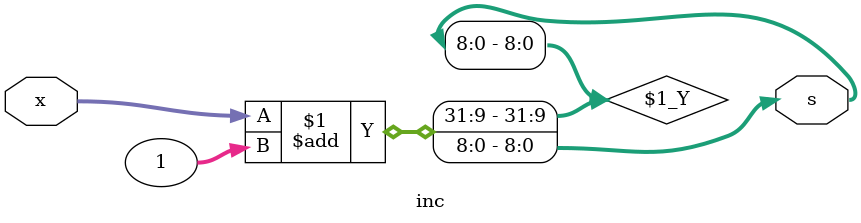
<source format=v>
module inc(x,s);
  parameter N=8;
  input[N-1:0] x;
  output[N:0] s;

  assign s=x+1;

endmodule
</source>
